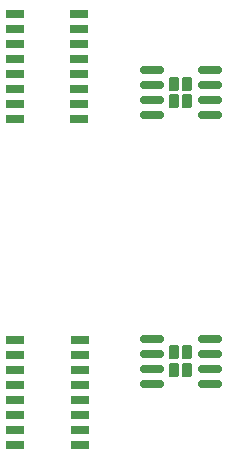
<source format=gbr>
%TF.GenerationSoftware,KiCad,Pcbnew,8.0.8*%
%TF.CreationDate,2025-02-27T22:51:06-05:00*%
%TF.ProjectId,Balanced Polarimeter,42616c61-6e63-4656-9420-506f6c617269,rev?*%
%TF.SameCoordinates,Original*%
%TF.FileFunction,Paste,Top*%
%TF.FilePolarity,Positive*%
%FSLAX46Y46*%
G04 Gerber Fmt 4.6, Leading zero omitted, Abs format (unit mm)*
G04 Created by KiCad (PCBNEW 8.0.8) date 2025-02-27 22:51:06*
%MOMM*%
%LPD*%
G01*
G04 APERTURE LIST*
G04 Aperture macros list*
%AMRoundRect*
0 Rectangle with rounded corners*
0 $1 Rounding radius*
0 $2 $3 $4 $5 $6 $7 $8 $9 X,Y pos of 4 corners*
0 Add a 4 corners polygon primitive as box body*
4,1,4,$2,$3,$4,$5,$6,$7,$8,$9,$2,$3,0*
0 Add four circle primitives for the rounded corners*
1,1,$1+$1,$2,$3*
1,1,$1+$1,$4,$5*
1,1,$1+$1,$6,$7*
1,1,$1+$1,$8,$9*
0 Add four rect primitives between the rounded corners*
20,1,$1+$1,$2,$3,$4,$5,0*
20,1,$1+$1,$4,$5,$6,$7,0*
20,1,$1+$1,$6,$7,$8,$9,0*
20,1,$1+$1,$8,$9,$2,$3,0*%
G04 Aperture macros list end*
%ADD10RoundRect,0.230000X-0.230000X-0.375000X0.230000X-0.375000X0.230000X0.375000X-0.230000X0.375000X0*%
%ADD11RoundRect,0.150000X-0.825000X-0.150000X0.825000X-0.150000X0.825000X0.150000X-0.825000X0.150000X0*%
%ADD12R,1.550000X0.650000*%
G04 APERTURE END LIST*
D10*
%TO.C,U1*%
X152000000Y-72500000D03*
X152000000Y-74000000D03*
X153140000Y-72500000D03*
X153140000Y-74000000D03*
D11*
X150095000Y-71345000D03*
X150095000Y-72615000D03*
X150095000Y-73885000D03*
X150095000Y-75155000D03*
X155045000Y-75155000D03*
X155045000Y-73885000D03*
X155045000Y-72615000D03*
X155045000Y-71345000D03*
%TD*%
D12*
%TO.C,Q1*%
X138500000Y-66631300D03*
X138500000Y-67901300D03*
X138500000Y-69171300D03*
X138500000Y-70441300D03*
X138500000Y-71711300D03*
X138500000Y-72981300D03*
X138500000Y-74251300D03*
X138500000Y-75521300D03*
X143950000Y-75521300D03*
X143950000Y-74251300D03*
X143950000Y-72981300D03*
X143950000Y-71711300D03*
X143950000Y-70441300D03*
X143950000Y-69171300D03*
X143950000Y-67901300D03*
X143950000Y-66631300D03*
%TD*%
%TO.C,Q2*%
X138550000Y-94226300D03*
X138550000Y-95496300D03*
X138550000Y-96766300D03*
X138550000Y-98036300D03*
X138550000Y-99306300D03*
X138550000Y-100576300D03*
X138550000Y-101846300D03*
X138550000Y-103116300D03*
X144000000Y-103116300D03*
X144000000Y-101846300D03*
X144000000Y-100576300D03*
X144000000Y-99306300D03*
X144000000Y-98036300D03*
X144000000Y-96766300D03*
X144000000Y-95496300D03*
X144000000Y-94226300D03*
%TD*%
D10*
%TO.C,U2*%
X152000000Y-95250000D03*
X152000000Y-96750000D03*
X153140000Y-95250000D03*
X153140000Y-96750000D03*
D11*
X150095000Y-94095000D03*
X150095000Y-95365000D03*
X150095000Y-96635000D03*
X150095000Y-97905000D03*
X155045000Y-97905000D03*
X155045000Y-96635000D03*
X155045000Y-95365000D03*
X155045000Y-94095000D03*
%TD*%
M02*

</source>
